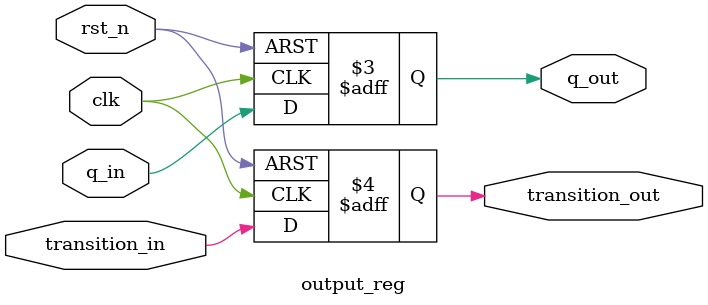
<source format=sv>
module transition_detect_latch (
    input wire d,
    input wire enable,
    output reg q,
    output wire transition
);

    // 内部信号
    wire d_sync;
    wire enable_sync;
    wire q_latch;
    wire transition_detect;

    // 输入同步子模块
    input_sync sync_inst (
        .clk(clk),
        .rst_n(rst_n),
        .d_in(d),
        .enable_in(enable),
        .d_out(d_sync),
        .enable_out(enable_sync)
    );

    // 锁存器子模块
    latch_unit latch_inst (
        .d(d_sync),
        .enable(enable_sync),
        .q(q_latch)
    );

    // 边沿检测子模块
    edge_detector edge_inst (
        .d(d_sync),
        .enable(enable_sync),
        .transition(transition_detect)
    );

    // 输出寄存器子模块
    output_reg out_reg_inst (
        .clk(clk),
        .rst_n(rst_n),
        .q_in(q_latch),
        .transition_in(transition_detect),
        .q_out(q),
        .transition_out(transition)
    );

endmodule

// 输入同步子模块
module input_sync (
    input wire clk,
    input wire rst_n,
    input wire d_in,
    input wire enable_in,
    output reg d_out,
    output reg enable_out
);

    always @(posedge clk or negedge rst_n) begin
        if (!rst_n) begin
            d_out <= 1'b0;
            enable_out <= 1'b0;
        end else begin
            d_out <= d_in;
            enable_out <= enable_in;
        end
    end

endmodule

// 锁存器子模块
module latch_unit (
    input wire d,
    input wire enable,
    output reg q
);

    always @* begin
        if (enable) begin
            q = d;
        end
    end

endmodule

// 边沿检测子模块
module edge_detector (
    input wire d,
    input wire enable,
    output wire transition
);

    reg d_prev;
    
    always @* begin
        if (enable) begin
            d_prev = d;
        end
    end
    
    assign transition = (d != d_prev) && enable;

endmodule

// 输出寄存器子模块
module output_reg (
    input wire clk,
    input wire rst_n,
    input wire q_in,
    input wire transition_in,
    output reg q_out,
    output reg transition_out
);

    always @(posedge clk or negedge rst_n) begin
        if (!rst_n) begin
            q_out <= 1'b0;
            transition_out <= 1'b0;
        end else begin
            q_out <= q_in;
            transition_out <= transition_in;
        end
    end

endmodule
</source>
